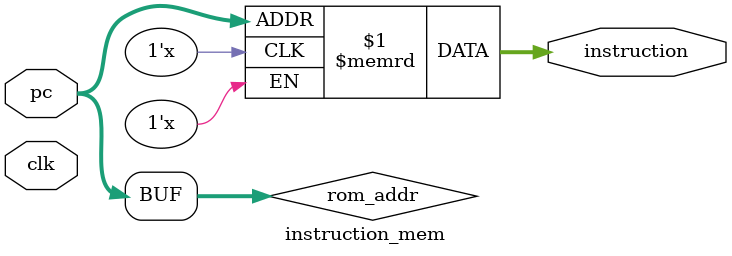
<source format=v>
 /************** Operation Code in instructions ****************/
	`define OP_NOP			4'b0000
	`define OP_ADD			4'b0001
	`define OP_SUB			4'b0010
	`define OP_AND			4'b0011
	`define OP_OR			4'b0100
	`define OP_XOR			4'b0101
	`define OP_SL			4'b0110
	`define OP_SR			4'b0111
	`define OP_SRU			4'b1000
	`define OP_ADDI			4'b1001
	`define OP_LD			4'b1010
	`define OP_ST			4'b1011
	`define OP_BZ			4'b1100
	
	/************** ALU operation command ****************/
	//`define ALU_NC			3'bxxx		// not care
	`define ALU_ADD			3'b000
	`define ALU_SUB			3'b001
	`define ALU_AND			3'b010
	`define ALU_OR			3'b011
	`define ALU_XOR			3'b100
	`define ALU_SL			3'b101
	`define ALU_SR			3'b110
	`define ALU_SRU			3'b111
	
	/************** Branch condition code ****************/
	`define BRANCH_Z		3'b000
	//`define BRANCH_GT		3'b001
	//`define BRANCH_LE		3'b010

module instruction_mem		
(
	input					clk,		// asynchronized!!
	input	[7:0]	pc,
	
	output	[15:0]			instruction
);
	
	reg	[15:0] rom [2**7 : 0];
	
	wire [7 : 0] rom_addr = pc[7 : 0];
	
	// always @ (posedge clk) begin
	// always @ (*) begin
	    // instruction = rom[rom_addr];
	// end
	
	assign instruction = rom[rom_addr];
	
	
endmodule 

</source>
